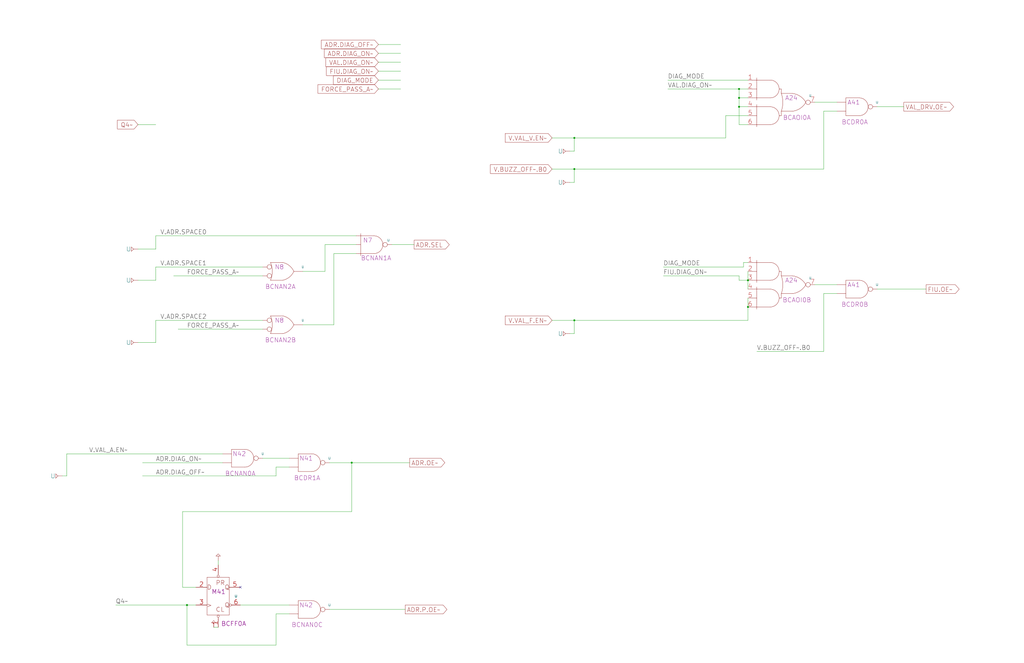
<source format=kicad_sch>
(kicad_sch (version 20220404) (generator eeschema)
  (paper "User" 584.2 378.46)
  (title_block (title "BUS CONTROL") (date "22-MAR-90") (rev "1.0") (comment 1 "VALUE") (comment 2 "232-003063") (comment 3 "S400") (comment 4 "RELEASED"))
  (lib_symbols
    (symbol "r1000:F00" (pin_numbers hide) (pin_names hide)
      (property "Reference" "U" (at 15.24 0 0))
      (property "Value" "F00" (at 1.905 -5.08 0))
      (property "Location" "___" (at 1.905 0 0))
      (property "Name" "______" (at 2.54 -12.7 0))
      (symbol "F00_0_1"
        (polyline (pts (xy -2.54 -7.62) (xy 5.08 -7.62)) (stroke (width 0.1524)))
        (polyline (pts (xy -2.54 2.54) (xy -2.54 -7.62)) (stroke (width 0.1524)))
        (polyline (pts (xy -2.54 2.54) (xy 5.08 2.54)) (stroke (width 0.1524)))
        (arc (start 5.08 -7.62) (mid 10.1282 -2.54) (end 5.08 2.54) (stroke (width 0.1524)))
        (circle (center 11.43 -2.54) (radius 1.27) (stroke (width 0.1524)))
      )
      (symbol "F00_0_2"
        (circle (center -3.81 -5.08) (radius 1.27) (stroke (width 0.1524)))
        (circle (center -3.81 0) (radius 1.27) (stroke (width 0.1524)))
        (arc (start -3.175 -7.62) (mid -2.134 -2.54) (end -3.175 2.54) (stroke (width 0.1524)))
        (polyline (pts (xy -3.175 -7.62) (xy 3.81 -7.62)) (stroke (width 0.1524)))
        (polyline (pts (xy -3.175 2.54) (xy 3.81 2.54)) (stroke (width 0.1524)))
        (arc (start 3.81 -7.62) (mid 7.5855 -5.8306) (end 10.16 -2.54) (stroke (width 0.1524)))
        (arc (start 10.16 -2.54) (mid 7.5827 0.7471) (end 3.81 2.54) (stroke (width 0.1524)))
      )
      (symbol "F00_1_1"
        (pin input line (at -7.62 0 0) (length 5.08) (name "D0") (number "1"))
        (pin input line (at -7.62 -5.08 0) (length 5.08) (name "D1") (number "2"))
        (pin output line (at 15.24 -2.54 180) (length 2.54) (name "Q") (number "3"))
      )
      (symbol "F00_1_2"
        (pin input line (at -7.62 0 0) (length 2.54) (name "D0") (number "1"))
        (pin input line (at -7.62 -5.08 0) (length 2.54) (name "D1") (number "2"))
        (pin output line (at 15.24 -2.54 180) (length 5.08) (name "Q") (number "3"))
      )
    )
    (symbol "r1000:F10" (pin_numbers hide) (pin_names hide)
      (property "Reference" "U" (at 13.335 0 0))
      (property "Value" "F10" (at 5.715 -5.08 0))
      (property "Location" "___" (at -1.27 0 0))
      (property "Name" "______" (at -2.54 -10.16 0))
      (symbol "F10_0_1"
        (polyline (pts (xy -2.54 -7.62) (xy 5.08 -7.62)) (stroke (width 0.1524)))
        (polyline (pts (xy -2.54 2.54) (xy 5.08 2.54)) (stroke (width 0.1524)))
        (polyline (pts (xy -2.54 3.81) (xy -2.54 -8.89)) (stroke (width 0.1524)))
        (arc (start 5.08 -7.62) (mid 10.1282 -2.54) (end 5.08 2.54) (stroke (width 0.1524)))
        (circle (center 11.43 -2.54) (radius 1.27) (stroke (width 0.1524)))
      )
      (symbol "F10_0_2"
        (circle (center -3.81 -7.62) (radius 1.27) (stroke (width 0.1524)))
        (circle (center -3.81 2.54) (radius 1.27) (stroke (width 0.1524)))
        (circle (center -3.175 -2.54) (radius 1.27) (stroke (width 0.1524)))
        (arc (start -2.54 -7.62) (mid -1.8195 -2.54) (end -2.54 2.54) (stroke (width 0.1524)))
        (polyline (pts (xy -4.445 -2.54) (xy -5.08 -2.54)) (stroke (width 0.1524)))
        (polyline (pts (xy -2.54 -7.62) (xy 5.08 -7.62)) (stroke (width 0.1524)))
        (polyline (pts (xy -2.54 2.54) (xy 5.08 2.54)) (stroke (width 0.1524)))
        (polyline (pts (xy 10.795 -2.54) (xy 12.7 -2.54)) (stroke (width 0.1524)))
        (arc (start 5.08 -7.62) (mid 8.4845 -5.6954) (end 10.795 -2.54) (stroke (width 0.1524)))
        (arc (start 10.795 -2.54) (mid 8.4807 0.6111) (end 5.08 2.54) (stroke (width 0.1524)))
      )
      (symbol "F10_1_1"
        (pin input line (at -5.08 2.54 0) (length 2.54) (name "D0") (number "1"))
        (pin input line (at -5.08 -2.54 0) (length 2.54) (name "D1") (number "2"))
        (pin input line (at -5.08 -7.62 0) (length 2.54) (name "D2") (number "3"))
        (pin output line (at 15.24 -2.54 180) (length 2.54) (name "Q") (number "4"))
      )
      (symbol "F10_1_2"
        (pin input line (at -5.08 2.54 0) (length 0) (name "D0") (number "1"))
        (pin input line (at -5.08 -2.54 0) (length 0) (name "D1") (number "2"))
        (pin input line (at -5.08 -7.62 0) (length 0) (name "D2") (number "3"))
        (pin output line (at 15.24 -2.54 180) (length 2.54) (name "Q") (number "4"))
      )
    )
    (symbol "r1000:F37" (pin_numbers hide) (pin_names (offset 0) hide)
      (property "Reference" "U" (at 15.24 0 0))
      (property "Value" "F37" (at 1.905 -5.08 0))
      (property "Location" "___" (at 1.905 0 0))
      (property "Name" "______" (at 2.54 -12.7 0))
      (symbol "F37_0_1"
        (polyline (pts (xy -2.54 -7.62) (xy 5.08 -7.62)) (stroke (width 0.1524)))
        (polyline (pts (xy -2.54 2.54) (xy -2.54 -7.62)) (stroke (width 0.1524)))
        (polyline (pts (xy -2.54 2.54) (xy 5.08 2.54)) (stroke (width 0.1524)))
        (arc (start 5.08 -7.62) (mid 10.1282 -2.54) (end 5.08 2.54) (stroke (width 0.1524)))
        (circle (center 11.43 -2.54) (radius 1.27) (stroke (width 0.1524)))
      )
      (symbol "F37_0_2"
        (circle (center -3.81 -5.08) (radius 1.27) (stroke (width 0.1524)))
        (circle (center -3.81 0) (radius 1.27) (stroke (width 0.1524)))
        (arc (start -3.175 -7.62) (mid -2.134 -2.54) (end -3.175 2.54) (stroke (width 0.1524)))
        (polyline (pts (xy -3.175 -7.62) (xy 3.81 -7.62)) (stroke (width 0.1524)))
        (polyline (pts (xy -3.175 2.54) (xy 3.81 2.54)) (stroke (width 0.1524)))
        (arc (start 3.81 -7.62) (mid 7.5855 -5.8306) (end 10.16 -2.54) (stroke (width 0.1524)))
        (arc (start 10.16 -2.54) (mid 7.5827 0.7471) (end 3.81 2.54) (stroke (width 0.1524)))
      )
      (symbol "F37_1_1"
        (pin input line (at -7.62 0 0) (length 5.08) (name "D0") (number "1"))
        (pin input line (at -7.62 -5.08 0) (length 5.08) (name "D1") (number "2"))
        (pin output line (at 15.24 -2.54 180) (length 2.54) (name "Q") (number "3"))
      )
      (symbol "F37_1_2"
        (pin input line (at -7.62 0 0) (length 2.54) (name "D0") (number "1"))
        (pin input line (at -7.62 -5.08 0) (length 2.54) (name "D1") (number "2"))
        (pin output line (at 15.24 -2.54 180) (length 5.08) (name "Q") (number "3"))
      )
    )
    (symbol "r1000:F51" (pin_names hide)
      (property "Reference" "U" (at 12.7 1.27 0))
      (property "Value" "F51" (at 1.905 -5.08 0))
      (property "Location" "___" (at 1.905 0 0))
      (property "Name" "______" (at 5.08 -12.7 0))
      (symbol "F51_0_0"
        (arc (start -10.16 -15.24) (mid -6.5679 -13.7521) (end -5.08 -10.16) (stroke (width 0.1524)))
        (arc (start -10.16 0) (mid -6.5679 1.4879) (end -5.08 5.08) (stroke (width 0.1524)))
        (arc (start -5.08 -10.16) (mid -6.5679 -6.5679) (end -10.16 -5.08) (stroke (width 0.1524)))
        (arc (start -5.08 5.08) (mid -6.5679 8.6721) (end -10.16 10.16) (stroke (width 0.1524)))
        (arc (start -3.8173 -7.62) (mid -2.9926 -2.54) (end -3.8173 2.54) (stroke (width 0.1524)))
        (polyline (pts (xy -20.32 -15.24) (xy -17.78 -15.24)) (stroke (width 0.1524)))
        (polyline (pts (xy -20.32 -10.16) (xy -17.78 -10.16)) (stroke (width 0.1524)))
        (polyline (pts (xy -20.32 -5.08) (xy -17.78 -5.08)) (stroke (width 0.1524)))
        (polyline (pts (xy -20.32 0) (xy -17.78 0)) (stroke (width 0.1524)))
        (polyline (pts (xy -20.32 5.08) (xy -17.78 5.08)) (stroke (width 0.1524)))
        (polyline (pts (xy -20.32 10.16) (xy -17.78 10.16)) (stroke (width 0.1524)))
        (polyline (pts (xy -17.78 -3.81) (xy -17.78 -16.51)) (stroke (width 0.1524)))
        (polyline (pts (xy -17.78 11.43) (xy -17.78 -1.27)) (stroke (width 0.1524)))
        (polyline (pts (xy -10.16 -15.24) (xy -17.78 -15.24)) (stroke (width 0.1524)))
        (polyline (pts (xy -10.16 -5.08) (xy -17.78 -5.08)) (stroke (width 0.1524)))
        (polyline (pts (xy -10.16 0) (xy -17.78 0)) (stroke (width 0.1524)))
        (polyline (pts (xy -10.16 10.16) (xy -17.78 10.16)) (stroke (width 0.1524)))
        (polyline (pts (xy -3.81 -7.62) (xy 2.54 -7.62)) (stroke (width 0.1524)))
        (polyline (pts (xy -3.81 2.54) (xy 2.54 2.54)) (stroke (width 0.1524)))
        (polyline (pts (xy -5.08 -10.16) (xy -3.81 -10.16) (xy -3.81 -7.62)) (stroke (width 0.1524)))
        (polyline (pts (xy -5.08 5.08) (xy -3.81 5.08) (xy -3.81 2.54)) (stroke (width 0.1524)))
        (arc (start 2.54 -7.62) (mid 6.9504 -5.9805) (end 10.16 -2.54) (stroke (width 0.1524)))
        (arc (start 10.16 -2.54) (mid 6.9516 0.9024) (end 2.54 2.54) (stroke (width 0.1524)))
        (circle (center 11.43 -2.54) (radius 1.27) (stroke (width 0.1524)))
      )
      (symbol "F51_1_1"
        (pin input line (at -22.86 10.16 0) (length 2.54) (name "A1") (number "1"))
        (pin input line (at -22.86 5.08 0) (length 2.54) (name "A2") (number "2"))
        (pin input line (at -22.86 0 0) (length 2.54) (name "A3") (number "3"))
        (pin input line (at -22.86 -5.08 0) (length 2.54) (name "B1") (number "4"))
        (pin input line (at -22.86 -10.16 0) (length 2.54) (name "B2") (number "5"))
        (pin input line (at -22.86 -15.24 0) (length 2.54) (name "B3") (number "6"))
        (pin output line (at 15.24 -2.54 180) (length 2.54) (name "Q") (number "7"))
      )
    )
    (symbol "r1000:F74" (pin_names (offset 1.016) hide)
      (property "Reference" "U" (at 12.7 -2.54 0))
      (property "Value" "F74" (at -1.27 -5.08 0))
      (property "Location" "___" (at -1.27 0 0))
      (property "Name" "______" (at 11.43 -19.685 0))
      (symbol "F74_0_1"
        (rectangle (start -3.81 8.255) (end 8.89 -13.335) (stroke (width 0.1524)))
        (polyline (pts (xy 2.54 -15.24) (xy 2.54 -14.605)) (stroke (width 0.1524)))
        (polyline (pts (xy 2.54 10.16) (xy 2.54 9.525)) (stroke (width 0.1524)))
      )
      (symbol "F74_1_1"
        (circle (center 2.54 -13.97) (radius 0.635))
        (circle (center 2.54 8.89) (radius 0.635))
        (circle (center 9.525 -7.62) (radius 0.635))
        (text ">" (at -2.54 -7.62 0) (effects (font (size 2.54 2.54))))
        (text "C" (at 2.54 -10.16 0) (effects (font (size 2.54 2.54))))
        (text "D" (at -2.54 2.54 0) (effects (font (size 2.54 2.54))))
        (text "L" (at 5.08 -10.16 0) (effects (font (size 2.54 2.54))))
        (text "P" (at 2.54 5.08 0) (effects (font (size 2.54 2.54))))
        (text "Q" (at 7.62 -7.62 0) (effects (font (size 2.54 2.54))))
        (text "Q" (at 7.62 2.54 0) (effects (font (size 2.54 2.54))))
        (text "R" (at 5.08 5.08 0) (effects (font (size 2.54 2.54))))
        (pin input line (at 2.54 -20.32 90) (length 5.08) (name "CL_") (number "1"))
        (pin input line (at -10.16 2.54 0) (length 6.35) (name "D") (number "2"))
        (pin input line (at -10.16 -7.62 0) (length 6.35) (name "CLK") (number "3"))
        (pin input line (at 2.54 15.24 270) (length 5.08) (name "PR_") (number "4"))
        (pin output line (at 15.24 2.54 180) (length 6.35) (name "Q") (number "5"))
        (pin output line (at 15.24 -7.62 180) (length 5.08) (name "Q_") (number "6"))
      )
    )
    (symbol "r1000:GB" (pin_numbers hide) (pin_names (offset 0) hide)
      (property "Reference" "GB" (at 3.81 0 0))
      (symbol "GB_0_1"
        (polyline (pts (xy 2.54 0) (xy 3.81 1.27) (xy 3.81 -1.27) (xy 2.54 0)) (stroke (width 0.1524)))
      )
      (symbol "GB_1_1"
        (pin bidirectional line (at 0 0 0) (length 2.54) (name "") (number "1"))
      )
    )
    (symbol "r1000:GF" (pin_numbers hide) (pin_names (offset 0) hide)
      (property "Reference" "GF" (at 3.81 0 0))
      (symbol "GF_0_1"
        (polyline (pts (xy 2.54 0) (xy 3.81 1.27) (xy 3.81 -1.27) (xy 2.54 0)) (stroke (width 0.1524)))
      )
      (symbol "GF_1_1"
        (pin bidirectional line (at 0 0 0) (length 2.54) (name "") (number "1"))
      )
    )
    (symbol "r1000:PU" (power) (pin_numbers hide) (pin_names hide)
      (symbol "PU_0_1"
        (polyline (pts (xy 0 2.54) (xy -1.27 2.54) (xy 0 3.81) (xy 1.27 2.54) (xy 0 2.54)) (stroke (width 0.1524)))
      )
      (symbol "PU_1_1"
        (pin power_in line (at 0 0 90) (length 2.54) (name "PU") (number "1"))
      )
    )
  )
  (junction (at 200.66 264.16))
  (junction (at 426.72 175.26))
  (junction (at 327.66 96.52))
  (junction (at 421.64 55.88))
  (junction (at 327.66 182.88))
  (junction (at 421.64 60.96))
  (junction (at 106.68 345.44))
  (junction (at 426.72 160.02))
  (junction (at 421.64 50.8))
  (junction (at 327.66 78.74))
  (no_connect (at 137.16 335.28))
  (wire (pts (xy 81.28 264.16) (xy 127 264.16)))
  (wire (pts (xy 314.96 96.52) (xy 327.66 96.52)))
  (wire (pts (xy 38.1 271.78) (xy 38.1 259.08)))
  (wire (pts (xy 215.9 40.64) (xy 228.6 40.64)))
  (wire (pts (xy 101.6 187.96) (xy 149.86 187.96)))
  (wire (pts (xy 500.38 60.96) (xy 515.62 60.96)))
  (wire (pts (xy 327.66 182.88) (xy 327.66 190.5)))
  (wire (pts (xy 203.2 139.7) (xy 185.42 139.7)))
  (wire (pts (xy 78.74 195.58) (xy 88.9 195.58)))
  (wire (pts (xy 99.06 157.48) (xy 149.86 157.48)))
  (wire (pts (xy 78.74 142.24) (xy 88.9 142.24)))
  (wire (pts (xy 200.66 264.16) (xy 200.66 292.1)))
  (wire (pts (xy 223.52 139.7) (xy 236.22 139.7)))
  (wire (pts (xy 157.48 266.7) (xy 165.1 266.7)))
  (wire (pts (xy 88.9 134.62) (xy 203.2 134.62)))
  (wire (pts (xy 381 50.8) (xy 421.64 50.8)))
  (wire (pts (xy 421.64 60.96) (xy 421.64 55.88)))
  (wire (pts (xy 314.96 78.74) (xy 327.66 78.74)))
  (wire (pts (xy 426.72 170.18) (xy 426.72 175.26)))
  (wire (pts (xy 124.46 320.04) (xy 124.46 322.58)))
  (wire (pts (xy 414.02 78.74) (xy 327.66 78.74)))
  (wire (pts (xy 469.9 167.64) (xy 477.52 167.64)))
  (wire (pts (xy 104.14 292.1) (xy 104.14 335.28)))
  (wire (pts (xy 104.14 335.28) (xy 111.76 335.28)))
  (wire (pts (xy 121.92 358.14) (xy 124.46 358.14)))
  (wire (pts (xy 469.9 63.5) (xy 477.52 63.5)))
  (wire (pts (xy 421.64 160.02) (xy 421.64 157.48)))
  (wire (pts (xy 88.9 182.88) (xy 149.86 182.88)))
  (wire (pts (xy 215.9 25.4) (xy 228.6 25.4)))
  (wire (pts (xy 88.9 142.24) (xy 88.9 134.62)))
  (wire (pts (xy 185.42 139.7) (xy 185.42 154.94)))
  (wire (pts (xy 327.66 104.14) (xy 325.12 104.14)))
  (wire (pts (xy 327.66 96.52) (xy 327.66 104.14)))
  (wire (pts (xy 414.02 66.04) (xy 414.02 78.74)))
  (wire (pts (xy 200.66 264.16) (xy 233.68 264.16)))
  (wire (pts (xy 378.46 152.4) (xy 424.18 152.4)))
  (wire (pts (xy 327.66 190.5) (xy 325.12 190.5)))
  (wire (pts (xy 426.72 160.02) (xy 426.72 165.1)))
  (wire (pts (xy 88.9 195.58) (xy 88.9 182.88)))
  (wire (pts (xy 426.72 182.88) (xy 426.72 175.26)))
  (wire (pts (xy 137.16 345.44) (xy 165.1 345.44)))
  (wire (pts (xy 424.18 149.86) (xy 426.72 149.86)))
  (wire (pts (xy 469.9 96.52) (xy 469.9 63.5)))
  (wire (pts (xy 381 45.72) (xy 426.72 45.72)))
  (wire (pts (xy 327.66 182.88) (xy 426.72 182.88)))
  (wire (pts (xy 38.1 259.08) (xy 127 259.08)))
  (wire (pts (xy 88.9 152.4) (xy 149.86 152.4)))
  (wire (pts (xy 35.56 271.78) (xy 38.1 271.78)))
  (wire (pts (xy 426.72 154.94) (xy 426.72 160.02)))
  (wire (pts (xy 66.04 345.44) (xy 106.68 345.44)))
  (wire (pts (xy 200.66 292.1) (xy 104.14 292.1)))
  (wire (pts (xy 215.9 30.48) (xy 228.6 30.48)))
  (wire (pts (xy 187.96 347.98) (xy 231.14 347.98)))
  (wire (pts (xy 157.48 350.52) (xy 157.48 368.3)))
  (wire (pts (xy 327.66 78.74) (xy 327.66 86.36)))
  (wire (pts (xy 327.66 96.52) (xy 469.9 96.52)))
  (wire (pts (xy 431.8 200.66) (xy 469.9 200.66)))
  (wire (pts (xy 172.72 185.42) (xy 190.5 185.42)))
  (wire (pts (xy 78.74 160.02) (xy 88.9 160.02)))
  (wire (pts (xy 378.46 157.48) (xy 421.64 157.48)))
  (wire (pts (xy 500.38 165.1) (xy 528.32 165.1)))
  (wire (pts (xy 421.64 60.96) (xy 426.72 60.96)))
  (wire (pts (xy 81.28 271.78) (xy 157.48 271.78)))
  (wire (pts (xy 215.9 45.72) (xy 228.6 45.72)))
  (wire (pts (xy 157.48 368.3) (xy 106.68 368.3)))
  (wire (pts (xy 426.72 160.02) (xy 421.64 160.02)))
  (wire (pts (xy 88.9 160.02) (xy 88.9 152.4)))
  (wire (pts (xy 185.42 154.94) (xy 172.72 154.94)))
  (wire (pts (xy 106.68 345.44) (xy 111.76 345.44)))
  (wire (pts (xy 426.72 71.12) (xy 421.64 71.12)))
  (wire (pts (xy 215.9 50.8) (xy 228.6 50.8)))
  (wire (pts (xy 421.64 71.12) (xy 421.64 60.96)))
  (wire (pts (xy 190.5 144.78) (xy 203.2 144.78)))
  (wire (pts (xy 149.86 261.62) (xy 165.1 261.62)))
  (wire (pts (xy 464.82 162.56) (xy 477.52 162.56)))
  (wire (pts (xy 421.64 55.88) (xy 421.64 50.8)))
  (wire (pts (xy 327.66 86.36) (xy 325.12 86.36)))
  (wire (pts (xy 314.96 182.88) (xy 327.66 182.88)))
  (wire (pts (xy 424.18 152.4) (xy 424.18 149.86)))
  (wire (pts (xy 426.72 66.04) (xy 414.02 66.04)))
  (wire (pts (xy 106.68 368.3) (xy 106.68 345.44)))
  (wire (pts (xy 165.1 350.52) (xy 157.48 350.52)))
  (wire (pts (xy 190.5 185.42) (xy 190.5 144.78)))
  (wire (pts (xy 157.48 271.78) (xy 157.48 266.7)))
  (wire (pts (xy 187.96 264.16) (xy 200.66 264.16)))
  (wire (pts (xy 421.64 50.8) (xy 426.72 50.8)))
  (wire (pts (xy 421.64 55.88) (xy 426.72 55.88)))
  (wire (pts (xy 78.74 71.12) (xy 88.9 71.12)))
  (wire (pts (xy 215.9 35.56) (xy 228.6 35.56)))
  (wire (pts (xy 464.82 58.42) (xy 477.52 58.42)))
  (wire (pts (xy 469.9 200.66) (xy 469.9 167.64)))
  (label "FORCE_PASS_A~" (at 106.68 187.96 0) (effects (font (size 2.54 2.54))))
  (label "V.ADR.SPACE1" (at 91.44 152.4 0) (effects (font (size 2.54 2.54))))
  (label "FIU.DIAG_ON~" (at 378.46 157.48 0) (effects (font (size 2.54 2.54))))
  (label "FORCE_PASS_A~" (at 106.68 157.48 0) (effects (font (size 2.54 2.54))))
  (label "V.BUZZ_OFF~.B0" (at 431.8 200.66 0) (effects (font (size 2.54 2.54))))
  (label "ADR.DIAG_ON~" (at 88.9 264.16 0) (effects (font (size 2.54 2.54))))
  (label "V.ADR.SPACE0" (at 91.44 134.62 0) (effects (font (size 2.54 2.54))))
  (label "VAL.DIAG_ON~" (at 381 50.8 0) (effects (font (size 2.54 2.54))))
  (label "DIAG_MODE" (at 381 45.72 0) (effects (font (size 2.54 2.54))))
  (label "ADR.DIAG_OFF~" (at 88.9 271.78 0) (effects (font (size 2.54 2.54))))
  (label "Q4~" (at 66.04 345.44 0) (effects (font (size 2.54 2.54))))
  (label "V.VAL_A.EN~" (at 50.8 259.08 0) (effects (font (size 2.54 2.54))))
  (label "DIAG_MODE" (at 378.46 152.4 0) (effects (font (size 2.54 2.54))))
  (label "V.ADR.SPACE2" (at 91.44 182.88 0) (effects (font (size 2.54 2.54))))
  (global_label "ADR.OE~" (shape output) (at 233.68 264.16 0) (effects (font (size 2.54 2.54))) (property "Intersheet References" "${INTERSHEET_REFS}" (at 253.746 264.0013 0) (effects (font (size 1.905 1.905)) (justify left))))
  (global_label "FORCE_PASS_A~" (shape input) (at 215.9 50.8 180) (effects (font (size 2.54 2.54))) (property "Intersheet References" "${INTERSHEET_REFS}" (at 181.4407 50.6413 0) (effects (font (size 1.905 1.905)) (justify right))))
  (global_label "ADR.DIAG_ON~" (shape input) (at 215.9 30.48 180) (effects (font (size 2.54 2.54))) (property "Intersheet References" "${INTERSHEET_REFS}" (at 185.0692 30.3213 0) (effects (font (size 1.905 1.905)) (justify right))))
  (global_label "V.VAL_F.EN~" (shape input) (at 314.96 182.88 180) (effects (font (size 2.54 2.54))) (property "Intersheet References" "${INTERSHEET_REFS}" (at 288.2416 182.7213 0) (effects (font (size 1.905 1.905)) (justify right))))
  (global_label "ADR.P.OE~" (shape output) (at 231.14 347.98 0) (effects (font (size 2.54 2.54))) (property "Intersheet References" "${INTERSHEET_REFS}" (at 254.9555 347.8213 0) (effects (font (size 1.905 1.905)) (justify left))))
  (global_label "VAL_DRV.OE~" (shape output) (at 515.62 60.96 0) (effects (font (size 2.54 2.54))) (property "Intersheet References" "${INTERSHEET_REFS}" (at 544.0317 60.8013 0) (effects (font (size 1.905 1.905)) (justify left))))
  (global_label "V.VAL_V.EN~" (shape input) (at 314.96 78.74 180) (effects (font (size 2.54 2.54))) (property "Intersheet References" "${INTERSHEET_REFS}" (at 288.2416 78.5813 0) (effects (font (size 1.905 1.905)) (justify right))))
  (global_label "DIAG_MODE" (shape input) (at 215.9 45.72 180) (effects (font (size 2.54 2.54))) (property "Intersheet References" "${INTERSHEET_REFS}" (at 190.2702 45.5613 0) (effects (font (size 1.905 1.905)) (justify right))))
  (global_label "FIU.DIAG_ON~" (shape input) (at 215.9 40.64 180) (effects (font (size 2.54 2.54))) (property "Intersheet References" "${INTERSHEET_REFS}" (at 186.2788 40.4813 0) (effects (font (size 1.905 1.905)) (justify right))))
  (global_label "VAL.DIAG_ON~" (shape input) (at 215.9 35.56 180) (effects (font (size 2.54 2.54))) (property "Intersheet References" "${INTERSHEET_REFS}" (at 185.9159 35.4013 0) (effects (font (size 1.905 1.905)) (justify right))))
  (global_label "Q4~" (shape input) (at 78.74 71.12 180) (effects (font (size 2.54 2.54))) (property "Intersheet References" "${INTERSHEET_REFS}" (at 60.8511 70.9613 0) (effects (font (size 1.905 1.905)) (justify right))))
  (global_label "V.BUZZ_OFF~.B0" (shape input) (at 314.96 96.52 180) (effects (font (size 2.54 2.54))) (property "Intersheet References" "${INTERSHEET_REFS}" (at 279.775 96.3613 0) (effects (font (size 1.905 1.905)) (justify right))))
  (global_label "ADR.DIAG_OFF~" (shape input) (at 215.9 25.4 180) (effects (font (size 2.54 2.54))) (property "Intersheet References" "${INTERSHEET_REFS}" (at 183.3759 25.2413 0) (effects (font (size 1.905 1.905)) (justify right))))
  (global_label "FIU.OE~" (shape output) (at 528.32 165.1 0) (effects (font (size 2.54 2.54))) (property "Intersheet References" "${INTERSHEET_REFS}" (at 547.1765 164.9413 0) (effects (font (size 1.905 1.905)) (justify left))))
  (global_label "ADR.SEL" (shape output) (at 236.22 139.7 0) (effects (font (size 2.54 2.54))) (property "Intersheet References" "${INTERSHEET_REFS}" (at 256.286 139.5413 0) (effects (font (size 1.905 1.905)) (justify left))))
  (symbol (lib_id "r1000:F00") (at 157.48 152.4 0) (unit 1) (convert 2)
    (default_instance (reference "U") (unit 1) (value "") (footprint ""))
    (property "Reference" "U" (at 172.72 152.4 0))
    (property "Location" "N8" (at 159.385 152.4 0) (effects (font (size 2.54 2.54))))
    (property "Name" "BCNAN2A" (at 160.02 165.1 0) (effects (font (size 2.54 2.54)) (justify bottom)))
  )
  (symbol (lib_id "r1000:GF") (at 325.12 190.5 0) (mirror y) (unit 1)
    (default_instance (reference "U") (unit 1) (value "") (footprint ""))
    (property "Reference" "U" (at 321.31 190.5 0) (effects (font (size 2.54 2.54)) (justify left)))
  )
  (symbol (lib_id "r1000:GB") (at 78.74 195.58 0) (mirror y) (unit 1)
    (default_instance (reference "U") (unit 1) (value "") (footprint ""))
    (property "Reference" "U" (at 74.93 195.58 0) (effects (font (size 2.54 2.54)) (justify left)))
  )
  (symbol (lib_id "r1000:GF") (at 325.12 86.36 0) (mirror y) (unit 1)
    (default_instance (reference "U") (unit 1) (value "") (footprint ""))
    (property "Reference" "U" (at 321.31 86.36 0) (effects (font (size 2.54 2.54)) (justify left)))
  )
  (symbol (lib_id "r1000:F51") (at 449.58 55.88 0) (unit 1)
    (default_instance (reference "U") (unit 1) (value "") (footprint ""))
    (property "Reference" "U" (at 462.28 54.61 0))
    (property "Location" "A24" (at 451.485 55.88 0) (effects (font (size 2.54 2.54))))
    (property "Name" "BCAOI0A" (at 454.66 68.58 0) (effects (font (size 2.54 2.54)) (justify bottom)))
  )
  (symbol (lib_id "r1000:PU") (at 121.92 358.14 0) (unit 1)
    (default_instance (reference "U") (unit 1) (value "") (footprint ""))
    (property "Reference" "U" (effects hide))
  )
  (symbol (lib_id "r1000:F51") (at 449.58 160.02 0) (unit 1)
    (default_instance (reference "U") (unit 1) (value "") (footprint ""))
    (property "Reference" "U" (at 462.28 158.75 0))
    (property "Location" "A24" (at 451.485 160.02 0) (effects (font (size 2.54 2.54))))
    (property "Name" "BCAOI0B" (at 454.66 172.72 0) (effects (font (size 2.54 2.54)) (justify bottom)))
  )
  (symbol (lib_id "r1000:F00") (at 157.48 182.88 0) (unit 1) (convert 2)
    (default_instance (reference "U") (unit 1) (value "") (footprint ""))
    (property "Reference" "U" (at 172.72 182.88 0))
    (property "Location" "N8" (at 159.385 182.88 0) (effects (font (size 2.54 2.54))))
    (property "Name" "BCNAN2B" (at 160.02 195.58 0) (effects (font (size 2.54 2.54)) (justify bottom)))
  )
  (symbol (lib_id "r1000:F37") (at 485.14 162.56 0) (unit 1)
    (default_instance (reference "U") (unit 1) (value "") (footprint ""))
    (property "Reference" "U" (at 500.38 162.56 0))
    (property "Location" "A41" (at 487.045 162.56 0) (effects (font (size 2.54 2.54))))
    (property "Name" "BCDR0B" (at 487.68 175.26 0) (effects (font (size 2.54 2.54)) (justify bottom)))
  )
  (symbol (lib_id "r1000:F00") (at 172.72 345.44 0) (unit 1)
    (default_instance (reference "U") (unit 1) (value "") (footprint ""))
    (property "Reference" "U" (at 187.96 345.44 0))
    (property "Location" "N42" (at 174.625 345.44 0) (effects (font (size 2.54 2.54))))
    (property "Name" "BCNAN0C" (at 175.26 358.14 0) (effects (font (size 2.54 2.54)) (justify bottom)))
  )
  (symbol (lib_id "r1000:PU") (at 124.46 320.04 0) (unit 1)
    (default_instance (reference "U") (unit 1) (value "") (footprint ""))
    (property "Reference" "U" (effects hide))
  )
  (symbol (lib_id "r1000:GF") (at 325.12 104.14 0) (mirror y) (unit 1)
    (default_instance (reference "U") (unit 1) (value "") (footprint ""))
    (property "Reference" "U" (at 321.31 104.14 0) (effects (font (size 2.54 2.54)) (justify left)))
  )
  (symbol (lib_id "r1000:F37") (at 172.72 261.62 0) (unit 1)
    (default_instance (reference "U") (unit 1) (value "") (footprint ""))
    (property "Reference" "U" (at 187.96 261.62 0))
    (property "Location" "N41" (at 174.625 261.62 0) (effects (font (size 2.54 2.54))))
    (property "Name" "BCDR1A" (at 175.26 274.32 0) (effects (font (size 2.54 2.54)) (justify bottom)))
  )
  (symbol (lib_id "r1000:GB") (at 78.74 142.24 0) (mirror y) (unit 1)
    (default_instance (reference "U") (unit 1) (value "") (footprint ""))
    (property "Reference" "U" (at 74.93 142.24 0) (effects (font (size 2.54 2.54)) (justify left)))
  )
  (symbol (lib_id "r1000:GB") (at 78.74 160.02 0) (mirror y) (unit 1)
    (default_instance (reference "U") (unit 1) (value "") (footprint ""))
    (property "Reference" "U" (at 74.93 160.02 0) (effects (font (size 2.54 2.54)) (justify left)))
  )
  (symbol (lib_id "r1000:F74") (at 121.92 337.82 0) (unit 1)
    (default_instance (reference "U") (unit 1) (value "") (footprint ""))
    (property "Reference" "U" (at 134.62 340.36 0))
    (property "Location" "M41" (at 120.65 337.82 0) (effects (font (size 2.54 2.54)) (justify left)))
    (property "Name" "BCFF0A" (at 133.35 357.505 0) (effects (font (size 2.54 2.54)) (justify bottom)))
  )
  (symbol (lib_id "r1000:F00") (at 134.62 259.08 0) (unit 1)
    (default_instance (reference "U") (unit 1) (value "") (footprint ""))
    (property "Reference" "U" (at 149.86 259.08 0))
    (property "Location" "N42" (at 136.525 259.08 0) (effects (font (size 2.54 2.54))))
    (property "Name" "BCNAN0A" (at 137.16 271.78 0) (effects (font (size 2.54 2.54)) (justify bottom)))
  )
  (symbol (lib_id "r1000:F37") (at 485.14 58.42 0) (unit 1)
    (default_instance (reference "U") (unit 1) (value "") (footprint ""))
    (property "Reference" "U" (at 500.38 58.42 0))
    (property "Location" "A41" (at 487.045 58.42 0) (effects (font (size 2.54 2.54))))
    (property "Name" "BCDR0A" (at 487.68 71.12 0) (effects (font (size 2.54 2.54)) (justify bottom)))
  )
  (symbol (lib_id "r1000:F10") (at 208.28 137.16 0) (unit 1)
    (default_instance (reference "U") (unit 1) (value "") (footprint ""))
    (property "Reference" "U" (at 221.615 137.16 0))
    (property "Location" "N7" (at 207.01 137.16 0) (effects (font (size 2.54 2.54)) (justify left)))
    (property "Name" "BCNAN1A" (at 205.74 147.32 0) (effects (font (size 2.54 2.54)) (justify left)))
  )
  (symbol (lib_id "r1000:GB") (at 35.56 271.78 0) (mirror y) (unit 1)
    (default_instance (reference "U") (unit 1) (value "") (footprint ""))
    (property "Reference" "U" (at 31.75 271.78 0) (effects (font (size 2.54 2.54)) (justify left)))
  )
)
</source>
